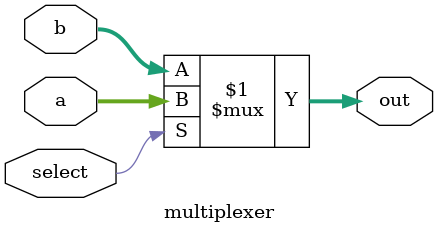
<source format=v>
module multiplexer(input [13:0] a, b, input select, output [13:0] out);
assign out =(select)?a:b;
endmodule 
</source>
